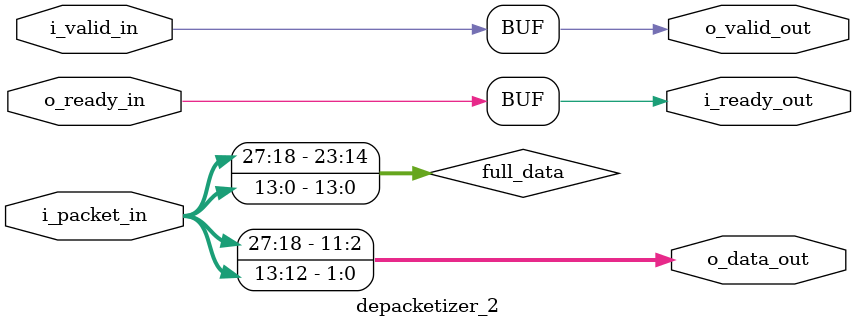
<source format=sv>
/*
 * function : take in packets and spit out data only (strip control)
 * author   : Mohamed S. Abdelfattah
 * date     : 3-SEPT-2014
 */

module depacketizer_2
#(
	parameter WIDTH_PKT = 36,
	parameter WIDTH_DATA = 12,
	parameter VC_ADDRESS_WIDTH = 1,
	parameter ADDRESS_WIDTH = 4
)
(
	input [WIDTH_PKT-1:0] i_packet_in,
	input                 i_valid_in,
	output                i_ready_out,
	
	output [WIDTH_DATA-1:0] o_data_out,
	output                  o_valid_out,
	input                   o_ready_in
);

localparam WIDTH_FLIT = WIDTH_PKT/2;
localparam DATA_POS_HEAD = WIDTH_PKT - 3 - VC_ADDRESS_WIDTH - ADDRESS_WIDTH - 1;
localparam DATA_POS_TAIL = WIDTH_PKT - WIDTH_FLIT - 3 - VC_ADDRESS_WIDTH - 1;

localparam WIDTH_DATA_IDL = WIDTH_PKT - 3*2 -2*VC_ADDRESS_WIDTH - ADDRESS_WIDTH;
localparam EXTRA_BITS = WIDTH_DATA_IDL - WIDTH_DATA;

wire [WIDTH_DATA_IDL-1:0] full_data;


//------------------------------------------------------------------------
// Implementation
//------------------------------------------------------------------------

assign i_ready_out = o_ready_in;
assign o_valid_out = i_valid_in;


//here we need to strip all the control bits and concat data back together
assign full_data = {
		i_packet_in[DATA_POS_HEAD : WIDTH_FLIT],
		i_packet_in[DATA_POS_TAIL : 0]
};

assign o_data_out = full_data[WIDTH_DATA_IDL-1 -: WIDTH_DATA];


endmodule

</source>
